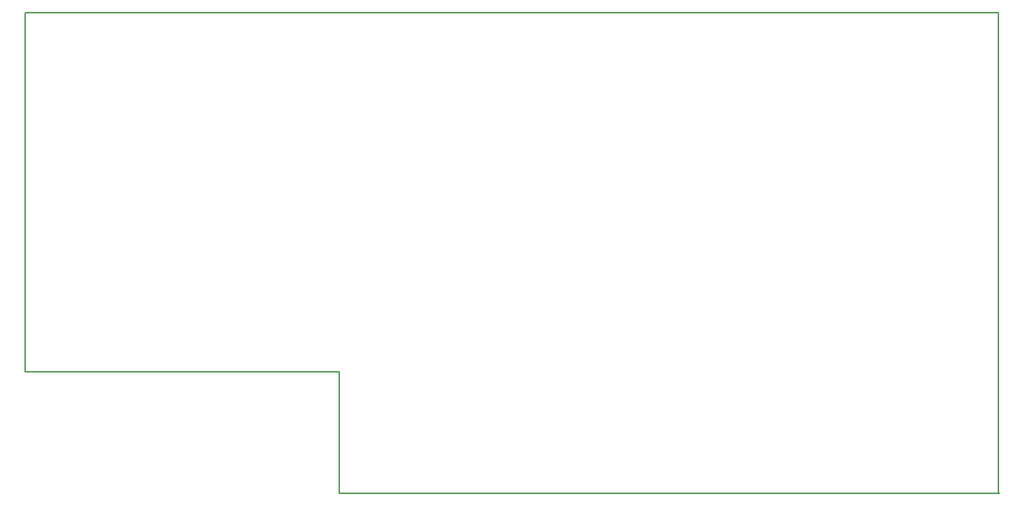
<source format=gko>
G04*
G04 #@! TF.GenerationSoftware,Altium Limited,Altium Designer,20.0.13 (296)*
G04*
G04 Layer_Color=16711935*
%FSLAX25Y25*%
%MOIN*%
G70*
G01*
G75*
%ADD16C,0.01000*%
D16*
X100000Y192913D02*
Y452362D01*
X100394Y452756D01*
X803150D01*
Y105512D02*
Y452756D01*
Y105512D02*
X803937Y104724D01*
X326772D02*
X803937D01*
X326772D02*
Y192913D01*
X100000D02*
X326772D01*
M02*

</source>
